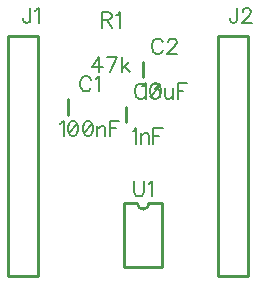
<source format=gto>
G04 DipTrace 3.1.0.0*
G04 project.gto*
%MOIN*%
G04 #@! TF.FileFunction,Legend,Top*
G04 #@! TF.Part,Single*
%ADD10C,0.009843*%
%ADD32C,0.00772*%
%FSLAX26Y26*%
G04*
G70*
G90*
G75*
G01*
G04 TopSilk*
%LPD*%
X638891Y1005929D2*
D10*
Y1057071D1*
X888891Y1130928D2*
Y1182070D1*
X832640Y980929D2*
Y1032071D1*
X536503Y1268962D2*
X436501D1*
Y469035D1*
X536503D1*
Y1268962D1*
X1236503D2*
X1136501D1*
Y469035D1*
X1236503D1*
Y1268962D1*
X825193Y710732D2*
Y498132D1*
X951164Y710732D2*
Y498132D1*
X825193D2*
X951164D1*
X825193Y710732D2*
X868490D1*
X907867D2*
X951164D1*
X868490D2*
G03X907867Y710732I19689J23D01*
G01*
X713986Y1122312D2*
D32*
X711610Y1127066D1*
X706801Y1131874D1*
X702048Y1134251D1*
X692486D1*
X687678Y1131874D1*
X682925Y1127066D1*
X680493Y1122312D1*
X678116Y1115127D1*
Y1103134D1*
X680493Y1096004D1*
X682925Y1091196D1*
X687678Y1086442D1*
X692486Y1084011D1*
X702048D1*
X706801Y1086442D1*
X711610Y1091196D1*
X713986Y1096004D1*
X729426Y1124634D2*
X734234Y1127066D1*
X741419Y1134195D1*
Y1084011D1*
X610687Y975397D2*
X615495Y977829D1*
X622680Y984958D1*
Y934774D1*
X652489Y984958D2*
X645304Y982582D1*
X640496Y975397D1*
X638119Y963459D1*
Y956274D1*
X640496Y944335D1*
X645304Y937150D1*
X652489Y934774D1*
X657243D1*
X664428Y937150D1*
X669181Y944335D1*
X671613Y956274D1*
Y963459D1*
X669181Y975397D1*
X664428Y982582D1*
X657243Y984958D1*
X652489D1*
X669181Y975397D2*
X640496Y944335D1*
X701422Y984958D2*
X694237Y982582D1*
X689429Y975397D1*
X687052Y963459D1*
Y956274D1*
X689429Y944335D1*
X694237Y937150D1*
X701422Y934774D1*
X706175D1*
X713360Y937150D1*
X718113Y944335D1*
X720545Y956274D1*
Y963459D1*
X718113Y975397D1*
X713360Y982582D1*
X706175Y984958D1*
X701422D1*
X718113Y975397D2*
X689429Y944335D1*
X735985Y968267D2*
Y934774D1*
Y958705D2*
X743170Y965890D1*
X747978Y968267D1*
X755108D1*
X759916Y965890D1*
X762293Y958705D1*
Y934774D1*
X808849Y985014D2*
X777732D1*
Y934774D1*
Y961082D2*
X796855D1*
X953236Y1247311D2*
X950860Y1252064D1*
X946051Y1256873D1*
X941298Y1259249D1*
X931737D1*
X926928Y1256873D1*
X922175Y1252064D1*
X919743Y1247311D1*
X917366Y1240126D1*
Y1228133D1*
X919743Y1221003D1*
X922175Y1216194D1*
X926928Y1211441D1*
X931737Y1209009D1*
X941298D1*
X946051Y1211441D1*
X950860Y1216194D1*
X953236Y1221003D1*
X971107Y1247256D2*
Y1249632D1*
X973484Y1254441D1*
X975861Y1256817D1*
X980669Y1259194D1*
X990231D1*
X994984Y1256817D1*
X997361Y1254441D1*
X999792Y1249632D1*
Y1244879D1*
X997361Y1240071D1*
X992607Y1232941D1*
X968676Y1209009D1*
X1002169D1*
X885153Y1100396D2*
X889961Y1102827D1*
X897146Y1109957D1*
Y1059772D1*
X926956Y1109957D2*
X919771Y1107581D1*
X914962Y1100396D1*
X912586Y1088457D1*
Y1081272D1*
X914962Y1069334D1*
X919771Y1062149D1*
X926956Y1059772D1*
X931709D1*
X938894Y1062149D1*
X943647Y1069334D1*
X946079Y1081272D1*
Y1088457D1*
X943647Y1100396D1*
X938894Y1107581D1*
X931709Y1109957D1*
X926956D1*
X943647Y1100396D2*
X914962Y1069334D1*
X961518Y1093266D2*
Y1069334D1*
X963895Y1062204D1*
X968703Y1059772D1*
X975888D1*
X980641Y1062204D1*
X987827Y1069334D1*
Y1093266D2*
Y1059772D1*
X1034383Y1110012D2*
X1003266D1*
Y1059772D1*
Y1086081D2*
X1022389D1*
X896986Y1097312D2*
X894609Y1102066D1*
X889801Y1106874D1*
X885048Y1109251D1*
X875486D1*
X870677Y1106874D1*
X865924Y1102066D1*
X863492Y1097312D1*
X861116Y1090127D1*
Y1078134D1*
X863492Y1071004D1*
X865924Y1066196D1*
X870677Y1061442D1*
X875486Y1059011D1*
X885048D1*
X889801Y1061442D1*
X894609Y1066196D1*
X896986Y1071004D1*
X917233Y1109195D2*
X943486D1*
X929172Y1090072D1*
X936357D1*
X941110Y1087696D1*
X943486Y1085319D1*
X945918Y1078134D1*
Y1073381D1*
X943486Y1066196D1*
X938733Y1061387D1*
X931548Y1059011D1*
X924363D1*
X917233Y1061387D1*
X914857Y1063819D1*
X912425Y1068572D1*
X853369Y950397D2*
X858177Y952829D1*
X865362Y959958D1*
Y909774D1*
X880801Y943267D2*
Y909774D1*
Y933705D2*
X887986Y940890D1*
X892795Y943267D1*
X899925D1*
X904733Y940890D1*
X907110Y933705D1*
Y909774D1*
X953666Y960014D2*
X922549D1*
Y909774D1*
Y936082D2*
X941672D1*
X512211Y1361119D2*
Y1322873D1*
X509835Y1315688D1*
X507403Y1313311D1*
X502650Y1310879D1*
X497841D1*
X493088Y1313311D1*
X490712Y1315688D1*
X488280Y1322873D1*
Y1327626D1*
X527651Y1351503D2*
X532459Y1353934D1*
X539644Y1361064D1*
Y1310879D1*
X1201462Y1361119D2*
Y1322873D1*
X1199085Y1315688D1*
X1196653Y1313311D1*
X1191900Y1310879D1*
X1187091D1*
X1182338Y1313311D1*
X1179962Y1315688D1*
X1177530Y1322873D1*
Y1327626D1*
X1219333Y1349126D2*
Y1351503D1*
X1221709Y1356311D1*
X1224086Y1358688D1*
X1228894Y1361064D1*
X1238456D1*
X1243209Y1358688D1*
X1245586Y1356311D1*
X1248017Y1351503D1*
Y1346749D1*
X1245586Y1341941D1*
X1240832Y1334811D1*
X1216901Y1310879D1*
X1250394D1*
X749689Y1322818D2*
X771189D1*
X778374Y1325249D1*
X780806Y1327626D1*
X783183Y1332379D1*
Y1337188D1*
X780806Y1341941D1*
X778374Y1344373D1*
X771189Y1346749D1*
X749689D1*
Y1296509D1*
X766436Y1322818D2*
X783183Y1296509D1*
X798622Y1337132D2*
X803430Y1339564D1*
X810615Y1346694D1*
Y1296509D1*
X740809Y1147272D2*
Y1197457D1*
X716877Y1164019D1*
X752747D1*
X777748Y1147272D2*
X801680Y1197457D1*
X768186D1*
X817119Y1197512D2*
Y1147272D1*
X841051Y1180766D2*
X817119Y1156834D1*
X826681Y1166396D2*
X843427Y1147272D1*
X857715Y783955D2*
Y748085D1*
X860092Y740900D1*
X864900Y736147D1*
X872086Y733715D1*
X876839D1*
X884024Y736147D1*
X888832Y740900D1*
X891209Y748085D1*
Y783955D1*
X906648Y774338D2*
X911456Y776770D1*
X918642Y783899D1*
Y733715D1*
M02*

</source>
